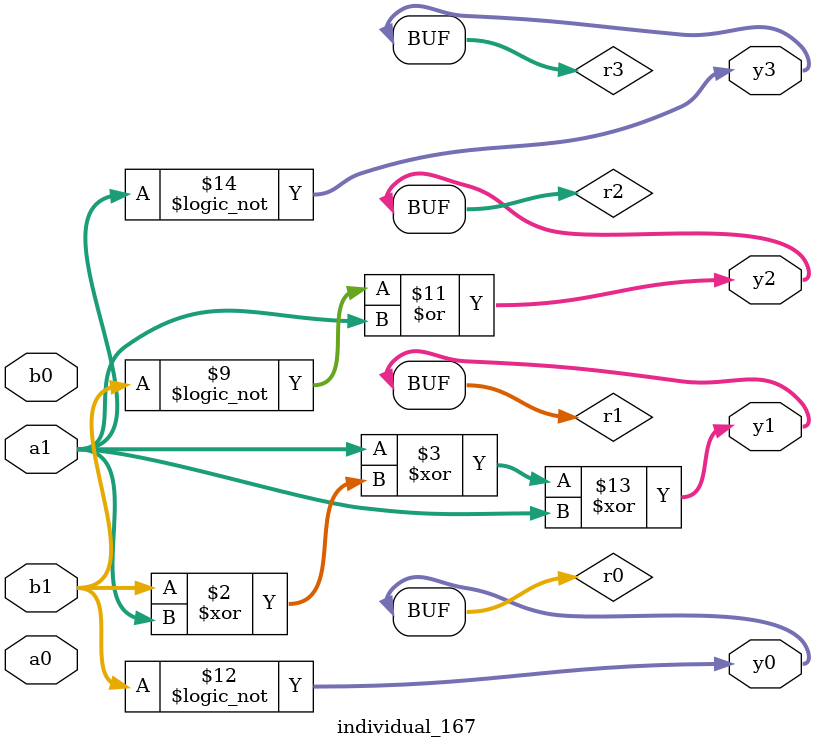
<source format=sv>
module individual_167(input logic [15:0] a1, input logic [15:0] a0, input logic [15:0] b1, input logic [15:0] b0, output logic [15:0] y3, output logic [15:0] y2, output logic [15:0] y1, output logic [15:0] y0);
logic [15:0] r0, r1, r2, r3; 
 always@(*) begin 
	 r0 = a0; r1 = a1; r2 = b0; r3 = b1; 
 	 r3  ^=  a1 ;
 	 r1  ^=  r3 ;
 	 r3  &=  b0 ;
 	 r2  &=  r2 ;
 	 r0  &=  r0 ;
 	 r3 = ! r2 ;
 	 r3 = ! a1 ;
 	 r2 = ! b1 ;
 	 r0  |=  b1 ;
 	 r2  |=  a1 ;
 	 r0 = ! b1 ;
 	 r1  ^=  a1 ;
 	 r3 = ! a1 ;
 	 y3 = r3; y2 = r2; y1 = r1; y0 = r0; 
end
endmodule
</source>
